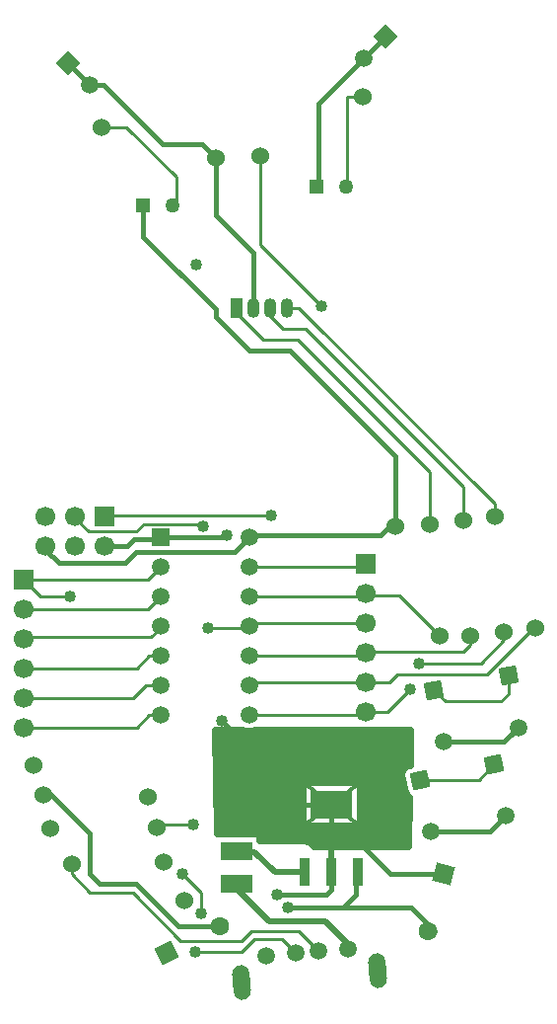
<source format=gbr>
G04 DipTrace 3.3.1.2*
G04 Bottom.gbr*
%MOIN*%
G04 #@! TF.FileFunction,Copper,L2,Bot*
G04 #@! TF.Part,Single*
%AMOUTLINE0*
4,1,4,
0.038575,0.022271,
0.022271,-0.038575,
-0.038575,-0.022271,
-0.022271,0.038575,
0.038575,0.022271,
0*%
%AMOUTLINE3*
4,1,4,
-0.042341,0.013828,
0.013828,0.042341,
0.042341,-0.013828,
-0.013828,-0.042341,
-0.042341,0.013828,
0*%
%AMOUTLINE6*
4,1,4,
0.0,-0.041758,
-0.041758,0.0,
0.0,0.041758,
0.041758,0.0,
0.0,-0.041758,
0*%
%AMOUTLINE9*
4,1,4,
-0.041758,0.0,
0.0,0.041758,
0.041758,0.0,
0.0,-0.041758,
-0.041758,0.0,
0*%
%AMOUTLINE12*
4,1,4,
-0.023433,-0.034564,
-0.034564,0.023433,
0.023433,0.034564,
0.034564,-0.023433,
-0.023433,-0.034564,
0*%
%AMOUTLINE15*
4,1,4,
-0.022754,-0.035014,
-0.035014,0.022754,
0.022754,0.035014,
0.035014,-0.022754,
-0.022754,-0.035014,
0*%
%AMOUTLINE18*
4,1,16,
-0.026998,-0.031857,
-0.023029,-0.044385,
-0.014018,-0.05395,
-0.00175,-0.058658,
0.011347,-0.057576,
0.022677,-0.05092,
0.029997,-0.040006,
0.031857,-0.026998,
0.026998,0.031857,
0.023029,0.044385,
0.014018,0.05395,
0.00175,0.058658,
-0.011347,0.057576,
-0.022677,0.05092,
-0.029997,0.040006,
-0.031857,0.026998,
-0.026998,-0.031857,
0*%
G04 #@! TA.AperFunction,Conductor*
%ADD13C,0.01*%
%ADD14C,0.015*%
%ADD15C,0.02*%
G04 #@! TA.AperFunction,CopperBalancing*
%ADD16C,0.025*%
%ADD17C,0.013*%
G04 #@! TA.AperFunction,ComponentPad*
%ADD18C,0.062992*%
%ADD19C,0.05*%
%ADD20R,0.05X0.05*%
%ADD21O,0.041339X0.066929*%
%ADD22R,0.041339X0.066929*%
%ADD23C,0.059055*%
%ADD24R,0.066929X0.066929*%
%ADD25C,0.066929*%
%ADD26C,0.06*%
%ADD27C,0.06*%
%ADD28R,0.106299X0.062992*%
G04 #@! TA.AperFunction,ComponentPad*
%ADD29C,0.059055*%
%ADD30R,0.059055X0.059055*%
%ADD32R,0.037402X0.096457*%
%ADD33R,0.139764X0.09252*%
G04 #@! TA.AperFunction,ViaPad*
%ADD34C,0.04*%
G04 #@! TA.AperFunction,ComponentPad*
%ADD84OUTLINE0*%
%ADD87OUTLINE3*%
%ADD90OUTLINE6*%
%ADD93OUTLINE9*%
%ADD96OUTLINE12*%
%ADD99OUTLINE15*%
%ADD102OUTLINE18*%
%FSLAX26Y26*%
G04*
G70*
G90*
G75*
G01*
G04 Bottom*
%LPD*%
X1300852Y1916529D2*
D13*
X1682522D1*
X1694146Y1928154D1*
X1338317Y3303894D2*
Y3003926D1*
X1544545Y2797697D1*
X1578981Y885398D2*
D14*
Y1113745D1*
Y885398D2*
Y857340D1*
X1575792Y854151D1*
Y999886D1*
X1657448D1*
X1777031Y880303D1*
X1958329D1*
X1959895Y1326318D2*
X2162982D1*
X2211214Y1374550D1*
X1916694Y1021944D2*
X2113898D1*
X2167024Y1075069D1*
X1000852Y2016529D2*
Y2010280D1*
X913361D1*
X888364Y1985283D1*
X813393D1*
X1207081Y1397844D2*
X1491180Y1113745D1*
X1578981D1*
X690183Y3615082D2*
X760894Y3544371D1*
X807332D1*
X1009149Y3342554D1*
X1143423D1*
X1188333Y3297645D1*
X1120801Y2937183D2*
Y2943432D1*
X1188333Y3297645D2*
Y3103915D1*
X1314473Y2977775D1*
Y2791284D1*
X1225829Y2022779D2*
X1219579Y2016529D1*
X1000852D1*
X1578981Y885398D2*
Y826094D1*
X1563293Y810406D1*
X1394561D1*
X1760280Y3705251D2*
X1689569Y3634540D1*
X1688112D1*
X1535029Y3481457D1*
Y3204104D1*
X1529321Y3198396D1*
X1300852Y2016529D2*
X1307102Y2022779D1*
X1744524D1*
X1788270Y2066524D1*
Y2047776D1*
X1800769D1*
X1794519Y2054026D1*
X1432057Y766661D2*
X1619537D1*
X1847725D1*
X1927268Y687118D1*
X1906565D1*
X1669532Y885398D2*
X1663283D1*
Y810406D1*
X1619537Y766661D1*
X613393Y1985283D2*
Y1972784D1*
X657138Y1929039D1*
X882115D1*
X919611Y1966535D1*
X1250857D1*
X1300852Y2016529D1*
X942791Y3136704D2*
Y3030741D1*
X1188333Y2785199D1*
Y2760201D1*
X1300821Y2647713D1*
X1438306D1*
X1794519Y2291500D1*
Y2054026D1*
X604464Y1147758D2*
X632254D1*
X763377Y1016634D1*
Y879149D1*
X794624Y847902D1*
X919611D1*
X1063346Y704167D1*
X1200831D1*
X801962Y3401172D2*
D13*
X885318D1*
X1054557Y3231934D1*
Y3148470D1*
X1042791Y3136704D1*
X1300852Y1816529D2*
X1682522D1*
X1694146Y1828154D1*
Y1818550D1*
X1809043D1*
X1944419Y1683175D1*
X2177823Y1548541D2*
Y1488218D1*
X2151943Y1462338D1*
X1964474D1*
X1926504Y1500308D1*
X1694146Y1728154D2*
X1312477D1*
X1300852Y1716529D1*
X1879914Y1195249D2*
X2077119D1*
X2130245Y1248375D1*
X1300852Y1716529D2*
Y1710312D1*
X1163335D1*
X1113340Y1047881D2*
X988354D1*
Y1035382D1*
X1684727Y3503894D2*
X1633247D1*
Y3202322D1*
X1629321Y3198396D1*
X700650Y912078D2*
Y879382D1*
X763377Y816655D1*
X907112D1*
X1069595Y654172D1*
X1275823D1*
X1307070Y685419D1*
X1470241D1*
X1536739Y618921D1*
X536956Y1874575D2*
X958898D1*
X1000852Y1916529D1*
X694634Y1816550D2*
X594981D1*
X536956Y1874575D1*
Y1774575D2*
X958898D1*
X1000852Y1816529D1*
X1075844Y879149D2*
X1138338Y816655D1*
Y747913D1*
X1119590Y616676D2*
X1275823D1*
X1319569Y660422D1*
X1410286D1*
X1458266Y612441D1*
X1426973Y2791284D2*
X1469717D1*
X2131984Y2129017D1*
Y2085272D1*
X1370724Y2791284D2*
Y2764053D1*
X1415558Y2719218D1*
X1491788D1*
X2025745Y2185262D1*
Y2072774D1*
X1300852Y1616529D2*
X1682522D1*
X1694146Y1628154D1*
X2050065Y1684398D2*
Y1653390D1*
X2025745Y1629070D1*
X1695062D1*
X1694146Y1628154D1*
Y1528154D2*
X1312477D1*
X1300852Y1516529D1*
X2268792Y1709395D2*
X2261515D1*
X2106197Y1554078D1*
X1800768D1*
X1774844Y1528154D1*
X1694146D1*
X713393Y2085283D2*
Y2079012D1*
X757128Y2035277D1*
X919611D1*
X944608Y2060275D1*
X1138338D1*
X1144587Y2054025D1*
X1300852Y1416529D2*
X1682522D1*
X1694146Y1428154D1*
X1768585D1*
X1844514Y1504083D1*
X1875760Y1591574D2*
X2085141D1*
X2162553Y1668986D1*
Y1696897D1*
X813393Y2085283D2*
Y2091522D1*
X1375813D1*
X536956Y1374575D2*
X921339D1*
X963293Y1416529D1*
X1000852D1*
X536956Y1474575D2*
X908851D1*
X950805Y1516529D1*
X1000852D1*
X536956Y1574575D2*
X921360D1*
X963314Y1616529D1*
X1000852D1*
Y1716529D2*
Y1710312D1*
X969606Y1679065D1*
X541445D1*
X536956Y1674575D1*
X1258224Y2791284D2*
Y2774577D1*
X1349878Y2682922D1*
X1465591D1*
X1913257Y2235256D1*
Y2060275D1*
X1634831Y627020D2*
Y642090D1*
D15*
X1558255Y718666D1*
X1367564D1*
X1257075Y829154D1*
Y847902D1*
X1488430Y885398D2*
X1388312D1*
X1319569Y954141D1*
X1232078D1*
X1219579Y966640D1*
D13*
X1257075D1*
Y958138D1*
D34*
X1544545Y2797697D3*
X1207081Y1397844D3*
X1120801Y2937183D3*
X1225829Y2022779D3*
X1394561Y810406D3*
X1432057Y766661D3*
X1163335Y1710312D3*
X1113340Y1047881D3*
X694634Y1816550D3*
X1075844Y879149D3*
X1138338Y747913D3*
X1119590Y616676D3*
X1144587Y2054025D3*
X1844514Y1504083D3*
X1875760Y1591574D3*
X1375813Y2091522D3*
X1192602Y1337478D2*
D16*
X1842667D1*
X1192997Y1312609D2*
X1842272D1*
X1193355Y1287741D2*
X1841914D1*
X1193750Y1262872D2*
X1841519D1*
X1194108Y1238003D2*
X1822106D1*
X1194503Y1213134D2*
X1814318D1*
X1194861Y1188266D2*
X1478083D1*
X1679873D2*
X1819594D1*
X1195256Y1163397D2*
X1478083D1*
X1679873D2*
X1824868D1*
X1195616Y1138528D2*
X1478083D1*
X1679873D2*
X1836208D1*
X1196010Y1113659D2*
X1478083D1*
X1679873D2*
X1839258D1*
X1196369Y1088791D2*
X1478083D1*
X1679873D2*
X1838899D1*
X1196764Y1063922D2*
X1478083D1*
X1679873D2*
X1838504D1*
X1197123Y1039053D2*
X1478083D1*
X1679873D2*
X1838146D1*
X1341234Y1014184D2*
X1837751D1*
X1506588Y989315D2*
X1837392D1*
X1194982Y1018134D2*
X1338725D1*
Y992621D1*
X1491451Y992523D1*
X1497418Y991577D1*
X1503163Y989710D1*
X1508546Y986968D1*
X1513434Y983417D1*
X1517705Y979145D1*
X1519583Y976760D1*
X1523190Y974890D1*
X1839653D1*
X1842104Y1136060D1*
X1838083Y1139061D1*
X1835006Y1142305D1*
X1832474Y1145993D1*
X1830550Y1150029D1*
X1829280Y1154326D1*
X1816644Y1214292D1*
X1816411Y1218758D1*
X1816880Y1223205D1*
X1818039Y1227525D1*
X1819859Y1231611D1*
X1822296Y1235360D1*
X1825289Y1238683D1*
X1828766Y1241497D1*
X1832640Y1243730D1*
X1836815Y1245333D1*
X1843793Y1246903D1*
X1845532Y1362319D1*
X1321648Y1362347D1*
X1314398Y1360106D1*
X1305405Y1358680D1*
X1296300D1*
X1287306Y1360106D1*
X1280199Y1362346D1*
X1189737Y1362347D1*
X1194952Y1018137D1*
X1482436Y1188504D2*
X1677363D1*
Y1038985D1*
X1480599D1*
Y1188504D1*
X1482436D1*
X1480628Y1188482D2*
D17*
X1677334Y1039006D1*
Y1188482D2*
X1480628Y1039006D1*
D18*
X1906565Y687118D3*
D84*
X1958329Y880303D3*
D18*
X1200831Y704167D3*
D87*
X1022493Y613638D3*
D19*
X1042791Y3136704D3*
D20*
X942791D3*
D19*
X1629321Y3198396D3*
D20*
X1529321D3*
D21*
X1426973Y2791284D3*
X1314473D3*
D22*
X1258224D3*
D21*
X1370724D3*
D90*
X690183Y3615082D3*
D23*
X760894Y3544371D3*
D93*
X1760280Y3705251D3*
D23*
X1689569Y3634540D3*
D24*
X1694146Y1928154D3*
D25*
Y1828154D3*
Y1728154D3*
Y1628154D3*
Y1528154D3*
Y1428154D3*
D24*
X536956Y1874575D3*
D25*
Y1774575D3*
Y1674575D3*
Y1574575D3*
Y1474575D3*
Y1374575D3*
D24*
X813393Y2085283D3*
D25*
Y1985283D3*
X713393Y2085283D3*
Y1985283D3*
X613393Y2085283D3*
Y1985283D3*
D26*
X1188333Y3297645D3*
D27*
X801962Y3401172D3*
D26*
X1338317Y3303894D3*
D27*
X1684727Y3503894D3*
D26*
X988354Y1035382D3*
D27*
X604464Y1147758D3*
D26*
X1794519Y2054026D3*
D27*
X1944419Y1683175D3*
D26*
X1082093Y791658D3*
D27*
X700650Y912078D3*
D26*
X1010761Y919497D3*
D27*
X627156Y1032843D3*
D26*
X957107Y1141621D3*
D27*
X570852Y1245582D3*
D28*
X1257075Y847902D3*
Y958138D3*
D26*
X2131984Y2085272D3*
D27*
X2268792Y1709395D3*
D26*
X2025745Y2072774D3*
D27*
X2162553Y1696897D3*
D26*
X1913257Y2060275D3*
D27*
X2050065Y1684398D3*
D96*
X1926504Y1500308D3*
D29*
X1959895Y1326318D3*
X2211214Y1374550D3*
D96*
X2177823Y1548541D3*
D99*
X1879914Y1195249D3*
D29*
X1916694Y1021944D3*
X2167024Y1075069D3*
D99*
X2130245Y1248375D3*
D30*
X1000852Y2016529D3*
D23*
Y1916529D3*
Y1816529D3*
Y1716529D3*
Y1616529D3*
Y1516529D3*
Y1416529D3*
X1300852D3*
Y1516529D3*
Y1616529D3*
Y1716529D3*
Y1816529D3*
Y1916529D3*
Y2016529D3*
D32*
X1669532Y885398D3*
X1578981D3*
X1488430D3*
D33*
X1578981Y1113745D3*
D23*
X1458266Y612441D3*
X1536739Y618921D3*
X1634831Y627020D3*
X1360175Y604342D3*
D102*
X1274772Y514332D3*
X1733840Y552236D3*
M02*

</source>
